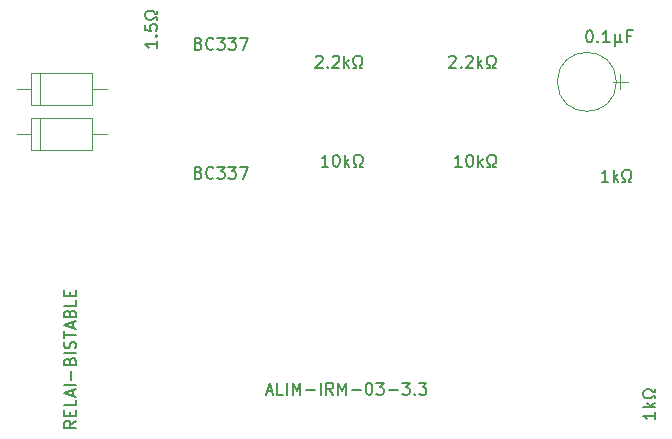
<source format=gbr>
G04 #@! TF.FileFunction,Other,Fab,Top*
%FSLAX46Y46*%
G04 Gerber Fmt 4.6, Leading zero omitted, Abs format (unit mm)*
G04 Created by KiCad (PCBNEW 4.0.6) date Thursday, 20 April 2017 'à' 13:37:36*
%MOMM*%
%LPD*%
G01*
G04 APERTURE LIST*
%ADD10C,0.100000*%
%ADD11C,0.150000*%
G04 APERTURE END LIST*
D10*
X77410000Y-172640000D02*
X77410000Y-175340000D01*
X77410000Y-175340000D02*
X82610000Y-175340000D01*
X82610000Y-175340000D02*
X82610000Y-172640000D01*
X82610000Y-172640000D02*
X77410000Y-172640000D01*
X76200000Y-173990000D02*
X77410000Y-173990000D01*
X83820000Y-173990000D02*
X82610000Y-173990000D01*
X78190000Y-172640000D02*
X78190000Y-175340000D01*
X126980000Y-169545000D02*
G75*
G03X126980000Y-169545000I-2500000J0D01*
G01*
X127930000Y-169545000D02*
X126730000Y-169545000D01*
X127330000Y-170195000D02*
X127330000Y-168895000D01*
X77410000Y-168830000D02*
X77410000Y-171530000D01*
X77410000Y-171530000D02*
X82610000Y-171530000D01*
X82610000Y-171530000D02*
X82610000Y-168830000D01*
X82610000Y-168830000D02*
X77410000Y-168830000D01*
X76200000Y-170180000D02*
X77410000Y-170180000D01*
X83820000Y-170180000D02*
X82610000Y-170180000D01*
X78190000Y-168830000D02*
X78190000Y-171530000D01*
D11*
X97378096Y-195746667D02*
X97854287Y-195746667D01*
X97282858Y-196032381D02*
X97616191Y-195032381D01*
X97949525Y-196032381D01*
X98759049Y-196032381D02*
X98282858Y-196032381D01*
X98282858Y-195032381D01*
X99092382Y-196032381D02*
X99092382Y-195032381D01*
X99568572Y-196032381D02*
X99568572Y-195032381D01*
X99901906Y-195746667D01*
X100235239Y-195032381D01*
X100235239Y-196032381D01*
X100711429Y-195651429D02*
X101473334Y-195651429D01*
X101949524Y-196032381D02*
X101949524Y-195032381D01*
X102997143Y-196032381D02*
X102663809Y-195556190D01*
X102425714Y-196032381D02*
X102425714Y-195032381D01*
X102806667Y-195032381D01*
X102901905Y-195080000D01*
X102949524Y-195127619D01*
X102997143Y-195222857D01*
X102997143Y-195365714D01*
X102949524Y-195460952D01*
X102901905Y-195508571D01*
X102806667Y-195556190D01*
X102425714Y-195556190D01*
X103425714Y-196032381D02*
X103425714Y-195032381D01*
X103759048Y-195746667D01*
X104092381Y-195032381D01*
X104092381Y-196032381D01*
X104568571Y-195651429D02*
X105330476Y-195651429D01*
X105997142Y-195032381D02*
X106092381Y-195032381D01*
X106187619Y-195080000D01*
X106235238Y-195127619D01*
X106282857Y-195222857D01*
X106330476Y-195413333D01*
X106330476Y-195651429D01*
X106282857Y-195841905D01*
X106235238Y-195937143D01*
X106187619Y-195984762D01*
X106092381Y-196032381D01*
X105997142Y-196032381D01*
X105901904Y-195984762D01*
X105854285Y-195937143D01*
X105806666Y-195841905D01*
X105759047Y-195651429D01*
X105759047Y-195413333D01*
X105806666Y-195222857D01*
X105854285Y-195127619D01*
X105901904Y-195080000D01*
X105997142Y-195032381D01*
X106663809Y-195032381D02*
X107282857Y-195032381D01*
X106949523Y-195413333D01*
X107092381Y-195413333D01*
X107187619Y-195460952D01*
X107235238Y-195508571D01*
X107282857Y-195603810D01*
X107282857Y-195841905D01*
X107235238Y-195937143D01*
X107187619Y-195984762D01*
X107092381Y-196032381D01*
X106806666Y-196032381D01*
X106711428Y-195984762D01*
X106663809Y-195937143D01*
X107711428Y-195651429D02*
X108473333Y-195651429D01*
X108854285Y-195032381D02*
X109473333Y-195032381D01*
X109139999Y-195413333D01*
X109282857Y-195413333D01*
X109378095Y-195460952D01*
X109425714Y-195508571D01*
X109473333Y-195603810D01*
X109473333Y-195841905D01*
X109425714Y-195937143D01*
X109378095Y-195984762D01*
X109282857Y-196032381D01*
X108997142Y-196032381D01*
X108901904Y-195984762D01*
X108854285Y-195937143D01*
X109901904Y-195937143D02*
X109949523Y-195984762D01*
X109901904Y-196032381D01*
X109854285Y-195984762D01*
X109901904Y-195937143D01*
X109901904Y-196032381D01*
X110282856Y-195032381D02*
X110901904Y-195032381D01*
X110568570Y-195413333D01*
X110711428Y-195413333D01*
X110806666Y-195460952D01*
X110854285Y-195508571D01*
X110901904Y-195603810D01*
X110901904Y-195841905D01*
X110854285Y-195937143D01*
X110806666Y-195984762D01*
X110711428Y-196032381D01*
X110425713Y-196032381D01*
X110330475Y-195984762D01*
X110282856Y-195937143D01*
X124650714Y-165187381D02*
X124745953Y-165187381D01*
X124841191Y-165235000D01*
X124888810Y-165282619D01*
X124936429Y-165377857D01*
X124984048Y-165568333D01*
X124984048Y-165806429D01*
X124936429Y-165996905D01*
X124888810Y-166092143D01*
X124841191Y-166139762D01*
X124745953Y-166187381D01*
X124650714Y-166187381D01*
X124555476Y-166139762D01*
X124507857Y-166092143D01*
X124460238Y-165996905D01*
X124412619Y-165806429D01*
X124412619Y-165568333D01*
X124460238Y-165377857D01*
X124507857Y-165282619D01*
X124555476Y-165235000D01*
X124650714Y-165187381D01*
X125412619Y-166092143D02*
X125460238Y-166139762D01*
X125412619Y-166187381D01*
X125365000Y-166139762D01*
X125412619Y-166092143D01*
X125412619Y-166187381D01*
X126412619Y-166187381D02*
X125841190Y-166187381D01*
X126126904Y-166187381D02*
X126126904Y-165187381D01*
X126031666Y-165330238D01*
X125936428Y-165425476D01*
X125841190Y-165473095D01*
X126841190Y-165520714D02*
X126841190Y-166520714D01*
X127317381Y-166044524D02*
X127365000Y-166139762D01*
X127460238Y-166187381D01*
X126841190Y-166044524D02*
X126888809Y-166139762D01*
X126984047Y-166187381D01*
X127174524Y-166187381D01*
X127269762Y-166139762D01*
X127317381Y-166044524D01*
X127317381Y-165520714D01*
X128222143Y-165663571D02*
X127888809Y-165663571D01*
X127888809Y-166187381D02*
X127888809Y-165187381D01*
X128365000Y-165187381D01*
X88082381Y-166099999D02*
X88082381Y-166671428D01*
X88082381Y-166385714D02*
X87082381Y-166385714D01*
X87225238Y-166480952D01*
X87320476Y-166576190D01*
X87368095Y-166671428D01*
X87987143Y-165671428D02*
X88034762Y-165623809D01*
X88082381Y-165671428D01*
X88034762Y-165719047D01*
X87987143Y-165671428D01*
X88082381Y-165671428D01*
X87082381Y-164719047D02*
X87082381Y-165195238D01*
X87558571Y-165242857D01*
X87510952Y-165195238D01*
X87463333Y-165100000D01*
X87463333Y-164861904D01*
X87510952Y-164766666D01*
X87558571Y-164719047D01*
X87653810Y-164671428D01*
X87891905Y-164671428D01*
X87987143Y-164719047D01*
X88034762Y-164766666D01*
X88082381Y-164861904D01*
X88082381Y-165100000D01*
X88034762Y-165195238D01*
X87987143Y-165242857D01*
X88082381Y-164290476D02*
X88082381Y-164052381D01*
X87891905Y-164052381D01*
X87844286Y-164147619D01*
X87749048Y-164242857D01*
X87606190Y-164290476D01*
X87368095Y-164290476D01*
X87225238Y-164242857D01*
X87130000Y-164147619D01*
X87082381Y-164004762D01*
X87082381Y-163814285D01*
X87130000Y-163671428D01*
X87225238Y-163576190D01*
X87368095Y-163528571D01*
X87606190Y-163528571D01*
X87749048Y-163576190D01*
X87844286Y-163671428D01*
X87891905Y-163766666D01*
X88082381Y-163766666D01*
X88082381Y-163528571D01*
X112831810Y-167441619D02*
X112879429Y-167394000D01*
X112974667Y-167346381D01*
X113212763Y-167346381D01*
X113308001Y-167394000D01*
X113355620Y-167441619D01*
X113403239Y-167536857D01*
X113403239Y-167632095D01*
X113355620Y-167774952D01*
X112784191Y-168346381D01*
X113403239Y-168346381D01*
X113831810Y-168251143D02*
X113879429Y-168298762D01*
X113831810Y-168346381D01*
X113784191Y-168298762D01*
X113831810Y-168251143D01*
X113831810Y-168346381D01*
X114260381Y-167441619D02*
X114308000Y-167394000D01*
X114403238Y-167346381D01*
X114641334Y-167346381D01*
X114736572Y-167394000D01*
X114784191Y-167441619D01*
X114831810Y-167536857D01*
X114831810Y-167632095D01*
X114784191Y-167774952D01*
X114212762Y-168346381D01*
X114831810Y-168346381D01*
X115260381Y-168346381D02*
X115260381Y-167346381D01*
X115355619Y-167965429D02*
X115641334Y-168346381D01*
X115641334Y-167679714D02*
X115260381Y-168060667D01*
X116022286Y-168346381D02*
X116260381Y-168346381D01*
X116260381Y-168155905D01*
X116165143Y-168108286D01*
X116069905Y-168013048D01*
X116022286Y-167870190D01*
X116022286Y-167632095D01*
X116069905Y-167489238D01*
X116165143Y-167394000D01*
X116308000Y-167346381D01*
X116498477Y-167346381D01*
X116641334Y-167394000D01*
X116736572Y-167489238D01*
X116784191Y-167632095D01*
X116784191Y-167870190D01*
X116736572Y-168013048D01*
X116641334Y-168108286D01*
X116546096Y-168155905D01*
X116546096Y-168346381D01*
X116784191Y-168346381D01*
X113895334Y-176728381D02*
X113323905Y-176728381D01*
X113609619Y-176728381D02*
X113609619Y-175728381D01*
X113514381Y-175871238D01*
X113419143Y-175966476D01*
X113323905Y-176014095D01*
X114514381Y-175728381D02*
X114609620Y-175728381D01*
X114704858Y-175776000D01*
X114752477Y-175823619D01*
X114800096Y-175918857D01*
X114847715Y-176109333D01*
X114847715Y-176347429D01*
X114800096Y-176537905D01*
X114752477Y-176633143D01*
X114704858Y-176680762D01*
X114609620Y-176728381D01*
X114514381Y-176728381D01*
X114419143Y-176680762D01*
X114371524Y-176633143D01*
X114323905Y-176537905D01*
X114276286Y-176347429D01*
X114276286Y-176109333D01*
X114323905Y-175918857D01*
X114371524Y-175823619D01*
X114419143Y-175776000D01*
X114514381Y-175728381D01*
X115276286Y-176728381D02*
X115276286Y-175728381D01*
X115371524Y-176347429D02*
X115657239Y-176728381D01*
X115657239Y-176061714D02*
X115276286Y-176442667D01*
X116038191Y-176728381D02*
X116276286Y-176728381D01*
X116276286Y-176537905D01*
X116181048Y-176490286D01*
X116085810Y-176395048D01*
X116038191Y-176252190D01*
X116038191Y-176014095D01*
X116085810Y-175871238D01*
X116181048Y-175776000D01*
X116323905Y-175728381D01*
X116514382Y-175728381D01*
X116657239Y-175776000D01*
X116752477Y-175871238D01*
X116800096Y-176014095D01*
X116800096Y-176252190D01*
X116752477Y-176395048D01*
X116657239Y-176490286D01*
X116562001Y-176537905D01*
X116562001Y-176728381D01*
X116800096Y-176728381D01*
X101528810Y-167441619D02*
X101576429Y-167394000D01*
X101671667Y-167346381D01*
X101909763Y-167346381D01*
X102005001Y-167394000D01*
X102052620Y-167441619D01*
X102100239Y-167536857D01*
X102100239Y-167632095D01*
X102052620Y-167774952D01*
X101481191Y-168346381D01*
X102100239Y-168346381D01*
X102528810Y-168251143D02*
X102576429Y-168298762D01*
X102528810Y-168346381D01*
X102481191Y-168298762D01*
X102528810Y-168251143D01*
X102528810Y-168346381D01*
X102957381Y-167441619D02*
X103005000Y-167394000D01*
X103100238Y-167346381D01*
X103338334Y-167346381D01*
X103433572Y-167394000D01*
X103481191Y-167441619D01*
X103528810Y-167536857D01*
X103528810Y-167632095D01*
X103481191Y-167774952D01*
X102909762Y-168346381D01*
X103528810Y-168346381D01*
X103957381Y-168346381D02*
X103957381Y-167346381D01*
X104052619Y-167965429D02*
X104338334Y-168346381D01*
X104338334Y-167679714D02*
X103957381Y-168060667D01*
X104719286Y-168346381D02*
X104957381Y-168346381D01*
X104957381Y-168155905D01*
X104862143Y-168108286D01*
X104766905Y-168013048D01*
X104719286Y-167870190D01*
X104719286Y-167632095D01*
X104766905Y-167489238D01*
X104862143Y-167394000D01*
X105005000Y-167346381D01*
X105195477Y-167346381D01*
X105338334Y-167394000D01*
X105433572Y-167489238D01*
X105481191Y-167632095D01*
X105481191Y-167870190D01*
X105433572Y-168013048D01*
X105338334Y-168108286D01*
X105243096Y-168155905D01*
X105243096Y-168346381D01*
X105481191Y-168346381D01*
X102592334Y-176728381D02*
X102020905Y-176728381D01*
X102306619Y-176728381D02*
X102306619Y-175728381D01*
X102211381Y-175871238D01*
X102116143Y-175966476D01*
X102020905Y-176014095D01*
X103211381Y-175728381D02*
X103306620Y-175728381D01*
X103401858Y-175776000D01*
X103449477Y-175823619D01*
X103497096Y-175918857D01*
X103544715Y-176109333D01*
X103544715Y-176347429D01*
X103497096Y-176537905D01*
X103449477Y-176633143D01*
X103401858Y-176680762D01*
X103306620Y-176728381D01*
X103211381Y-176728381D01*
X103116143Y-176680762D01*
X103068524Y-176633143D01*
X103020905Y-176537905D01*
X102973286Y-176347429D01*
X102973286Y-176109333D01*
X103020905Y-175918857D01*
X103068524Y-175823619D01*
X103116143Y-175776000D01*
X103211381Y-175728381D01*
X103973286Y-176728381D02*
X103973286Y-175728381D01*
X104068524Y-176347429D02*
X104354239Y-176728381D01*
X104354239Y-176061714D02*
X103973286Y-176442667D01*
X104735191Y-176728381D02*
X104973286Y-176728381D01*
X104973286Y-176537905D01*
X104878048Y-176490286D01*
X104782810Y-176395048D01*
X104735191Y-176252190D01*
X104735191Y-176014095D01*
X104782810Y-175871238D01*
X104878048Y-175776000D01*
X105020905Y-175728381D01*
X105211382Y-175728381D01*
X105354239Y-175776000D01*
X105449477Y-175871238D01*
X105497096Y-176014095D01*
X105497096Y-176252190D01*
X105449477Y-176395048D01*
X105354239Y-176490286D01*
X105259001Y-176537905D01*
X105259001Y-176728381D01*
X105497096Y-176728381D01*
X130246381Y-197540476D02*
X130246381Y-198111905D01*
X130246381Y-197826191D02*
X129246381Y-197826191D01*
X129389238Y-197921429D01*
X129484476Y-198016667D01*
X129532095Y-198111905D01*
X130246381Y-197111905D02*
X129246381Y-197111905D01*
X129865429Y-197016667D02*
X130246381Y-196730952D01*
X129579714Y-196730952D02*
X129960667Y-197111905D01*
X130246381Y-196350000D02*
X130246381Y-196111905D01*
X130055905Y-196111905D01*
X130008286Y-196207143D01*
X129913048Y-196302381D01*
X129770190Y-196350000D01*
X129532095Y-196350000D01*
X129389238Y-196302381D01*
X129294000Y-196207143D01*
X129246381Y-196064286D01*
X129246381Y-195873809D01*
X129294000Y-195730952D01*
X129389238Y-195635714D01*
X129532095Y-195588095D01*
X129770190Y-195588095D01*
X129913048Y-195635714D01*
X130008286Y-195730952D01*
X130055905Y-195826190D01*
X130246381Y-195826190D01*
X130246381Y-195588095D01*
X126309524Y-177998381D02*
X125738095Y-177998381D01*
X126023809Y-177998381D02*
X126023809Y-176998381D01*
X125928571Y-177141238D01*
X125833333Y-177236476D01*
X125738095Y-177284095D01*
X126738095Y-177998381D02*
X126738095Y-176998381D01*
X126833333Y-177617429D02*
X127119048Y-177998381D01*
X127119048Y-177331714D02*
X126738095Y-177712667D01*
X127500000Y-177998381D02*
X127738095Y-177998381D01*
X127738095Y-177807905D01*
X127642857Y-177760286D01*
X127547619Y-177665048D01*
X127500000Y-177522190D01*
X127500000Y-177284095D01*
X127547619Y-177141238D01*
X127642857Y-177046000D01*
X127785714Y-176998381D01*
X127976191Y-176998381D01*
X128119048Y-177046000D01*
X128214286Y-177141238D01*
X128261905Y-177284095D01*
X128261905Y-177522190D01*
X128214286Y-177665048D01*
X128119048Y-177760286D01*
X128023810Y-177807905D01*
X128023810Y-177998381D01*
X128261905Y-177998381D01*
X81224381Y-198254285D02*
X80748190Y-198587619D01*
X81224381Y-198825714D02*
X80224381Y-198825714D01*
X80224381Y-198444761D01*
X80272000Y-198349523D01*
X80319619Y-198301904D01*
X80414857Y-198254285D01*
X80557714Y-198254285D01*
X80652952Y-198301904D01*
X80700571Y-198349523D01*
X80748190Y-198444761D01*
X80748190Y-198825714D01*
X80700571Y-197825714D02*
X80700571Y-197492380D01*
X81224381Y-197349523D02*
X81224381Y-197825714D01*
X80224381Y-197825714D01*
X80224381Y-197349523D01*
X81224381Y-196444761D02*
X81224381Y-196920952D01*
X80224381Y-196920952D01*
X80938667Y-196159047D02*
X80938667Y-195682856D01*
X81224381Y-196254285D02*
X80224381Y-195920952D01*
X81224381Y-195587618D01*
X81224381Y-195254285D02*
X80224381Y-195254285D01*
X80843429Y-194778095D02*
X80843429Y-194016190D01*
X80700571Y-193206666D02*
X80748190Y-193063809D01*
X80795810Y-193016190D01*
X80891048Y-192968571D01*
X81033905Y-192968571D01*
X81129143Y-193016190D01*
X81176762Y-193063809D01*
X81224381Y-193159047D01*
X81224381Y-193540000D01*
X80224381Y-193540000D01*
X80224381Y-193206666D01*
X80272000Y-193111428D01*
X80319619Y-193063809D01*
X80414857Y-193016190D01*
X80510095Y-193016190D01*
X80605333Y-193063809D01*
X80652952Y-193111428D01*
X80700571Y-193206666D01*
X80700571Y-193540000D01*
X81224381Y-192540000D02*
X80224381Y-192540000D01*
X81176762Y-192111429D02*
X81224381Y-191968572D01*
X81224381Y-191730476D01*
X81176762Y-191635238D01*
X81129143Y-191587619D01*
X81033905Y-191540000D01*
X80938667Y-191540000D01*
X80843429Y-191587619D01*
X80795810Y-191635238D01*
X80748190Y-191730476D01*
X80700571Y-191920953D01*
X80652952Y-192016191D01*
X80605333Y-192063810D01*
X80510095Y-192111429D01*
X80414857Y-192111429D01*
X80319619Y-192063810D01*
X80272000Y-192016191D01*
X80224381Y-191920953D01*
X80224381Y-191682857D01*
X80272000Y-191540000D01*
X80224381Y-191254286D02*
X80224381Y-190682857D01*
X81224381Y-190968572D02*
X80224381Y-190968572D01*
X80938667Y-190397143D02*
X80938667Y-189920952D01*
X81224381Y-190492381D02*
X80224381Y-190159048D01*
X81224381Y-189825714D01*
X80700571Y-189159047D02*
X80748190Y-189016190D01*
X80795810Y-188968571D01*
X80891048Y-188920952D01*
X81033905Y-188920952D01*
X81129143Y-188968571D01*
X81176762Y-189016190D01*
X81224381Y-189111428D01*
X81224381Y-189492381D01*
X80224381Y-189492381D01*
X80224381Y-189159047D01*
X80272000Y-189063809D01*
X80319619Y-189016190D01*
X80414857Y-188968571D01*
X80510095Y-188968571D01*
X80605333Y-189016190D01*
X80652952Y-189063809D01*
X80700571Y-189159047D01*
X80700571Y-189492381D01*
X81224381Y-188016190D02*
X81224381Y-188492381D01*
X80224381Y-188492381D01*
X80700571Y-187682857D02*
X80700571Y-187349523D01*
X81224381Y-187206666D02*
X81224381Y-187682857D01*
X80224381Y-187682857D01*
X80224381Y-187206666D01*
X91614858Y-177220571D02*
X91757715Y-177268190D01*
X91805334Y-177315810D01*
X91852953Y-177411048D01*
X91852953Y-177553905D01*
X91805334Y-177649143D01*
X91757715Y-177696762D01*
X91662477Y-177744381D01*
X91281524Y-177744381D01*
X91281524Y-176744381D01*
X91614858Y-176744381D01*
X91710096Y-176792000D01*
X91757715Y-176839619D01*
X91805334Y-176934857D01*
X91805334Y-177030095D01*
X91757715Y-177125333D01*
X91710096Y-177172952D01*
X91614858Y-177220571D01*
X91281524Y-177220571D01*
X92852953Y-177649143D02*
X92805334Y-177696762D01*
X92662477Y-177744381D01*
X92567239Y-177744381D01*
X92424381Y-177696762D01*
X92329143Y-177601524D01*
X92281524Y-177506286D01*
X92233905Y-177315810D01*
X92233905Y-177172952D01*
X92281524Y-176982476D01*
X92329143Y-176887238D01*
X92424381Y-176792000D01*
X92567239Y-176744381D01*
X92662477Y-176744381D01*
X92805334Y-176792000D01*
X92852953Y-176839619D01*
X93186286Y-176744381D02*
X93805334Y-176744381D01*
X93472000Y-177125333D01*
X93614858Y-177125333D01*
X93710096Y-177172952D01*
X93757715Y-177220571D01*
X93805334Y-177315810D01*
X93805334Y-177553905D01*
X93757715Y-177649143D01*
X93710096Y-177696762D01*
X93614858Y-177744381D01*
X93329143Y-177744381D01*
X93233905Y-177696762D01*
X93186286Y-177649143D01*
X94138667Y-176744381D02*
X94757715Y-176744381D01*
X94424381Y-177125333D01*
X94567239Y-177125333D01*
X94662477Y-177172952D01*
X94710096Y-177220571D01*
X94757715Y-177315810D01*
X94757715Y-177553905D01*
X94710096Y-177649143D01*
X94662477Y-177696762D01*
X94567239Y-177744381D01*
X94281524Y-177744381D01*
X94186286Y-177696762D01*
X94138667Y-177649143D01*
X95091048Y-176744381D02*
X95757715Y-176744381D01*
X95329143Y-177744381D01*
X91614858Y-166298571D02*
X91757715Y-166346190D01*
X91805334Y-166393810D01*
X91852953Y-166489048D01*
X91852953Y-166631905D01*
X91805334Y-166727143D01*
X91757715Y-166774762D01*
X91662477Y-166822381D01*
X91281524Y-166822381D01*
X91281524Y-165822381D01*
X91614858Y-165822381D01*
X91710096Y-165870000D01*
X91757715Y-165917619D01*
X91805334Y-166012857D01*
X91805334Y-166108095D01*
X91757715Y-166203333D01*
X91710096Y-166250952D01*
X91614858Y-166298571D01*
X91281524Y-166298571D01*
X92852953Y-166727143D02*
X92805334Y-166774762D01*
X92662477Y-166822381D01*
X92567239Y-166822381D01*
X92424381Y-166774762D01*
X92329143Y-166679524D01*
X92281524Y-166584286D01*
X92233905Y-166393810D01*
X92233905Y-166250952D01*
X92281524Y-166060476D01*
X92329143Y-165965238D01*
X92424381Y-165870000D01*
X92567239Y-165822381D01*
X92662477Y-165822381D01*
X92805334Y-165870000D01*
X92852953Y-165917619D01*
X93186286Y-165822381D02*
X93805334Y-165822381D01*
X93472000Y-166203333D01*
X93614858Y-166203333D01*
X93710096Y-166250952D01*
X93757715Y-166298571D01*
X93805334Y-166393810D01*
X93805334Y-166631905D01*
X93757715Y-166727143D01*
X93710096Y-166774762D01*
X93614858Y-166822381D01*
X93329143Y-166822381D01*
X93233905Y-166774762D01*
X93186286Y-166727143D01*
X94138667Y-165822381D02*
X94757715Y-165822381D01*
X94424381Y-166203333D01*
X94567239Y-166203333D01*
X94662477Y-166250952D01*
X94710096Y-166298571D01*
X94757715Y-166393810D01*
X94757715Y-166631905D01*
X94710096Y-166727143D01*
X94662477Y-166774762D01*
X94567239Y-166822381D01*
X94281524Y-166822381D01*
X94186286Y-166774762D01*
X94138667Y-166727143D01*
X95091048Y-165822381D02*
X95757715Y-165822381D01*
X95329143Y-166822381D01*
M02*

</source>
